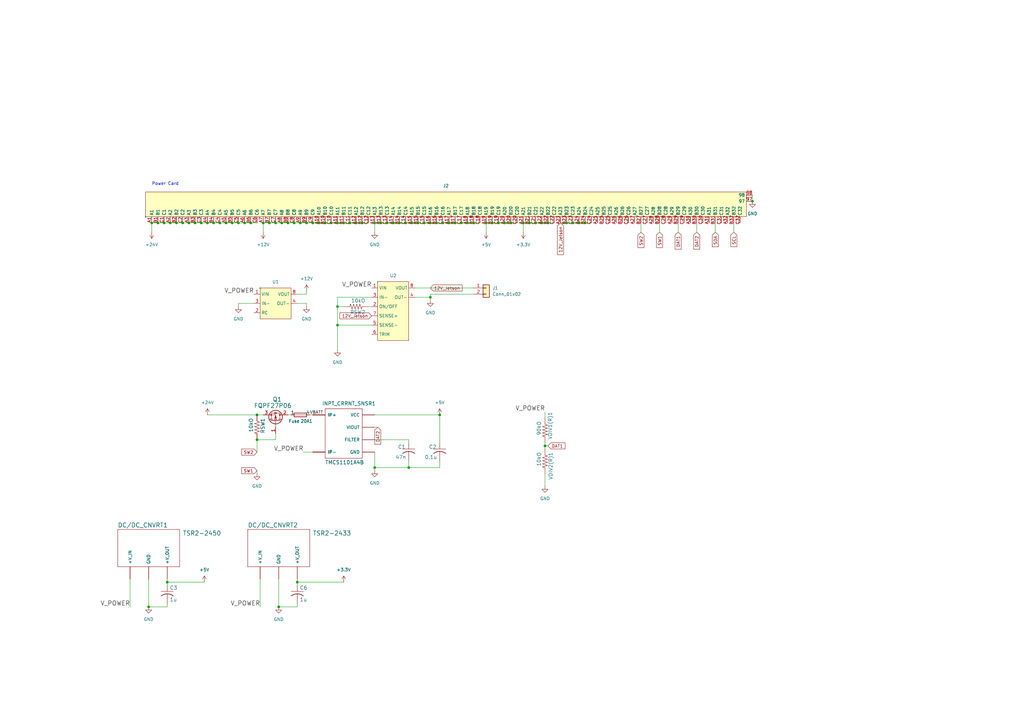
<source format=kicad_sch>
(kicad_sch (version 20231120) (generator "eeschema") (generator_version "8.0")
  (paper "A3")
  (title_block (title "Thruster Control Card") (company "Robatics @ Maryland") (comment 1 "Andrew Schaefer"))
  (lib_symbols
    (symbol "650470_1"
      (property "Reference" "J1" (at 12.7 -123.19 90))
      (property "Value" "~" (at 0 0 0))
      (symbol "650470_1_1_1"
        (rectangle (start 0 0) (end 10.16 -246.38) (fill (type background)))
        (pin passive line (at 6.35 -248.92 90) (length 2.54) (name "97") (number "97"))
        (pin passive line (at 8.89 -248.92 90) (length 2.54) (name "98") (number "98"))
        (pin passive line (at -2.54 -2.54 0) (length 2.54) (name "A1") (number "A1"))
        (pin passive line (at -2.54 -71.12 0) (length 2.54) (name "A10") (number "A10"))
        (pin passive line (at -2.54 -78.74 0) (length 2.54) (name "A11") (number "A11"))
        (pin passive line (at -2.54 -86.36 0) (length 2.54) (name "A12") (number "A12"))
        (pin passive line (at -2.54 -93.98 0) (length 2.54) (name "A13") (number "A13"))
        (pin passive line (at -2.54 -101.6 0) (length 2.54) (name "A14") (number "A14"))
        (pin passive line (at -2.54 -109.22 0) (length 2.54) (name "A15") (number "A15"))
        (pin passive line (at -2.54 -116.84 0) (length 2.54) (name "A16") (number "A16"))
        (pin passive line (at -2.54 -124.46 0) (length 2.54) (name "A17") (number "A17"))
        (pin passive line (at -2.54 -132.08 0) (length 2.54) (name "A18") (number "A18"))
        (pin passive line (at -2.54 -139.7 0) (length 2.54) (name "A19") (number "A19"))
        (pin passive line (at -2.54 -10.16 0) (length 2.54) (name "A2") (number "A2"))
        (pin passive line (at -2.54 -147.32 0) (length 2.54) (name "A20") (number "A20"))
        (pin passive line (at -2.54 -154.94 0) (length 2.54) (name "A21") (number "A21"))
        (pin passive line (at -2.54 -162.56 0) (length 2.54) (name "A22") (number "A22"))
        (pin passive line (at -2.54 -170.18 0) (length 2.54) (name "A23") (number "A23"))
        (pin passive line (at -2.54 -177.8 0) (length 2.54) (name "A24") (number "A24"))
        (pin passive line (at -2.54 -185.42 0) (length 2.54) (name "A25") (number "A25"))
        (pin passive line (at -2.54 -193.04 0) (length 2.54) (name "A26") (number "A26"))
        (pin passive line (at -2.54 -200.66 0) (length 2.54) (name "A27") (number "A27"))
        (pin passive line (at -2.54 -208.28 0) (length 2.54) (name "A28") (number "A28"))
        (pin passive line (at -2.54 -215.9 0) (length 2.54) (name "A29") (number "A29"))
        (pin passive line (at -2.54 -17.78 0) (length 2.54) (name "A3") (number "A3"))
        (pin passive line (at -2.54 -223.52 0) (length 2.54) (name "A30") (number "A30"))
        (pin passive line (at -2.54 -231.14 0) (length 2.54) (name "A31") (number "A31"))
        (pin passive line (at -2.54 -238.76 0) (length 2.54) (name "A32") (number "A32"))
        (pin passive line (at -2.54 -25.4 0) (length 2.54) (name "A4") (number "A4"))
        (pin passive line (at -2.54 -33.02 0) (length 2.54) (name "A5") (number "A5"))
        (pin passive line (at -2.54 -40.64 0) (length 2.54) (name "A6") (number "A6"))
        (pin passive line (at -2.54 -48.26 0) (length 2.54) (name "A7") (number "A7"))
        (pin passive line (at -2.54 -55.88 0) (length 2.54) (name "A8") (number "A8"))
        (pin passive line (at -2.54 -63.5 0) (length 2.54) (name "A9") (number "A9"))
        (pin passive line (at -2.54 -5.08 0) (length 2.54) (name "B1") (number "B1"))
        (pin passive line (at -2.54 -73.66 0) (length 2.54) (name "B10") (number "B10"))
        (pin passive line (at -2.54 -81.28 0) (length 2.54) (name "B11") (number "B11"))
        (pin passive line (at -2.54 -88.9 0) (length 2.54) (name "B12") (number "B12"))
        (pin passive line (at -2.54 -96.52 0) (length 2.54) (name "B13") (number "B13"))
        (pin passive line (at -2.54 -104.14 0) (length 2.54) (name "B14") (number "B14"))
        (pin passive line (at -2.54 -111.76 0) (length 2.54) (name "B15") (number "B15"))
        (pin passive line (at -2.54 -119.38 0) (length 2.54) (name "B16") (number "B16"))
        (pin passive line (at -2.54 -127 0) (length 2.54) (name "B17") (number "B17"))
        (pin passive line (at -2.54 -134.62 0) (length 2.54) (name "B18") (number "B18"))
        (pin passive line (at -2.54 -142.24 0) (length 2.54) (name "B19") (number "B19"))
        (pin passive line (at -2.54 -12.7 0) (length 2.54) (name "B2") (number "B2"))
        (pin passive line (at -2.54 -149.86 0) (length 2.54) (name "B20") (number "B20"))
        (pin passive line (at -2.54 -157.48 0) (length 2.54) (name "B21") (number "B21"))
        (pin passive line (at -2.54 -165.1 0) (length 2.54) (name "B22") (number "B22"))
        (pin passive line (at -2.54 -172.72 0) (length 2.54) (name "B23") (number "B23"))
        (pin passive line (at -2.54 -180.34 0) (length 2.54) (name "B24") (number "B24"))
        (pin passive line (at -2.54 -187.96 0) (length 2.54) (name "B25") (number "B25"))
        (pin passive line (at -2.54 -195.58 0) (length 2.54) (name "B26") (number "B26"))
        (pin passive line (at -2.54 -203.2 0) (length 2.54) (name "B27") (number "B27"))
        (pin passive line (at -2.54 -210.82 0) (length 2.54) (name "B28") (number "B28"))
        (pin passive line (at -2.54 -218.44 0) (length 2.54) (name "B29") (number "B29"))
        (pin passive line (at -2.54 -20.32 0) (length 2.54) (name "B3") (number "B3"))
        (pin passive line (at -2.54 -226.06 0) (length 2.54) (name "B30") (number "B30"))
        (pin passive line (at -2.54 -233.68 0) (length 2.54) (name "B31") (number "B31"))
        (pin passive line (at -2.54 -241.3 0) (length 2.54) (name "B32") (number "B32"))
        (pin passive line (at -2.54 -27.94 0) (length 2.54) (name "B4") (number "B4"))
        (pin passive line (at -2.54 -35.56 0) (length 2.54) (name "B5") (number "B5"))
        (pin passive line (at -2.54 -43.18 0) (length 2.54) (name "B6") (number "B6"))
        (pin passive line (at -2.54 -50.8 0) (length 2.54) (name "B7") (number "B7"))
        (pin passive line (at -2.54 -58.42 0) (length 2.54) (name "B8") (number "B8"))
        (pin passive line (at -2.54 -66.04 0) (length 2.54) (name "B9") (number "B9"))
        (pin passive line (at -2.54 -7.62 0) (length 2.54) (name "C1") (number "C1"))
        (pin passive line (at -2.54 -76.2 0) (length 2.54) (name "C10") (number "C10"))
        (pin passive line (at -2.54 -83.82 0) (length 2.54) (name "C11") (number "C11"))
        (pin passive line (at -2.54 -91.44 0) (length 2.54) (name "C12") (number "C12"))
        (pin passive line (at -2.54 -99.06 0) (length 2.54) (name "C13") (number "C13"))
        (pin passive line (at -2.54 -106.68 0) (length 2.54) (name "C14") (number "C14"))
        (pin passive line (at -2.54 -114.3 0) (length 2.54) (name "C15") (number "C15"))
        (pin passive line (at -2.54 -121.92 0) (length 2.54) (name "C16") (number "C16"))
        (pin passive line (at -2.54 -129.54 0) (length 2.54) (name "C17") (number "C17"))
        (pin passive line (at -2.54 -137.16 0) (length 2.54) (name "C18") (number "C18"))
        (pin passive line (at -2.54 -144.78 0) (length 2.54) (name "C19") (number "C19"))
        (pin passive line (at -2.54 -15.24 0) (length 2.54) (name "C2") (number "C2"))
        (pin passive line (at -2.54 -152.4 0) (length 2.54) (name "C20") (number "C20"))
        (pin passive line (at -2.54 -160.02 0) (length 2.54) (name "C21") (number "C21"))
        (pin passive line (at -2.54 -167.64 0) (length 2.54) (name "C22") (number "C22"))
        (pin passive line (at -2.54 -175.26 0) (length 2.54) (name "C23") (number "C23"))
        (pin passive line (at -2.54 -182.88 0) (length 2.54) (name "C24") (number "C24"))
        (pin passive line (at -2.54 -190.5 0) (length 2.54) (name "C25") (number "C25"))
        (pin passive line (at -2.54 -198.12 0) (length 2.54) (name "C26") (number "C26"))
        (pin passive line (at -2.54 -205.74 0) (length 2.54) (name "C27") (number "C27"))
        (pin passive line (at -2.54 -213.36 0) (length 2.54) (name "C28") (number "C28"))
        (pin passive line (at -2.54 -220.98 0) (length 2.54) (name "C29") (number "C29"))
        (pin passive line (at -2.54 -22.86 0) (length 2.54) (name "C3") (number "C3"))
        (pin passive line (at -2.54 -228.6 0) (length 2.54) (name "C30") (number "C30"))
        (pin passive line (at -2.54 -236.22 0) (length 2.54) (name "C31") (number "C31"))
        (pin passive line (at -2.54 -243.84 0) (length 2.54) (name "C32") (number "C32"))
        (pin passive line (at -2.54 -30.48 0) (length 2.54) (name "C4") (number "C4"))
        (pin passive line (at -2.54 -38.1 0) (length 2.54) (name "C5") (number "C5"))
        (pin passive line (at -2.54 -45.72 0) (length 2.54) (name "C6") (number "C6"))
        (pin passive line (at -2.54 -53.34 0) (length 2.54) (name "C7") (number "C7"))
        (pin passive line (at -2.54 -60.96 0) (length 2.54) (name "C8") (number "C8"))
        (pin passive line (at -2.54 -68.58 0) (length 2.54) (name "C9") (number "C9"))
      )
    )
    (symbol "Connector_Generic:Conn_01x02" (pin_names (offset 1.016) hide)
      (property "Reference" "J" (at 0 2.54 0))
      (property "Value" "Conn_01x02" (at 0 -5.08 0))
      (symbol "Conn_01x02_1_1"
        (rectangle (start -1.27 -2.413) (end 0 -2.667) (stroke (width 0.1524)))
        (rectangle (start -1.27 0.127) (end 0 -0.127) (stroke (width 0.1524)))
        (rectangle (start -1.27 1.27) (end 1.27 -3.81) (stroke (width 0.254)) (fill (type background)))
        (pin passive line (at -5.08 0 0) (length 3.81) (name "Pin_1") (number "1"))
        (pin passive line (at -5.08 -2.54 0) (length 3.81) (name "Pin_2") (number "2"))
      )
    )
    (symbol "Custom:EHHD006A0B"
      (property "Reference" "U2" (at 6.35 2.54 0))
      (property "Value" "~" (at 0 0 0))
      (symbol "EHHD006A0B_1_1"
        (rectangle (start 0 0) (end 12.7 -24.13) (fill (type background)))
        (pin power_in line (at -2.54 -2.54 0) (length 2.54) (name "VIN") (number "1"))
        (pin input line (at -2.54 -10.16 0) (length 2.54) (name "ON/OFF") (number "2"))
        (pin power_in line (at -2.54 -6.35 0) (length 2.54) (name "IN-") (number "3"))
        (pin power_out line (at 15.24 -6.35 180) (length 2.54) (name "OUT-") (number "4"))
        (pin input line (at -2.54 -17.78 0) (length 2.54) (name "SENSE-") (number "5"))
        (pin input line (at -2.54 -21.59 0) (length 2.54) (name "TRIM") (number "6"))
        (pin input line (at -2.54 -13.97 0) (length 2.54) (name "SENSE+") (number "7"))
        (pin power_out line (at 15.24 -2.54 180) (length 2.54) (name "VOUT") (number "8"))
      )
    )
    (symbol "Custom:PKB2213D"
      (property "Reference" "U1" (at 6.35 2.54 0))
      (property "Value" "~" (at 0 0 0))
      (symbol "PKB2213D_1_1"
        (rectangle (start 0 0) (end 12.7 -12.7) (fill (type background)))
        (pin power_in line (at -2.54 -2.54 0) (length 2.54) (name "VIN") (number "1"))
        (pin input line (at -2.54 -10.16 0) (length 2.54) (name "RC") (number "2"))
        (pin power_in line (at -2.54 -6.35 0) (length 2.54) (name "IN-") (number "3"))
        (pin power_out line (at 15.24 -6.35 180) (length 2.54) (name "OUT-") (number "4"))
        (pin power_out line (at 15.24 -2.54 180) (length 2.54) (name "VOUT") (number "8"))
      )
    )
    (symbol "Device:Fuse" (pin_numbers hide) (pin_names (offset 0))
      (property "Reference" "20A1" (at 2.54 2.54 90))
      (property "Value" "Fuse" (at 2.54 -2.54 90))
      (symbol "Fuse_0_1"
        (rectangle (start -0.762 -2.54) (end 0.762 2.54) (stroke (width 0.254)))
        (polyline (pts (xy 0 2.54) (xy 0 -2.54)))
      )
      (symbol "Fuse_1_1"
        (pin input line (at 0 -3.81 90) (length 1.27) (name "1") (number "P$1"))
        (pin output line (at 0 3.81 270) (length 1.27) (name "4") (number "P$2"))
      )
    )
    (symbol "PowerboardRev5-eagle-import:ACS713SOIC" (pin_names (offset 1.016))
      (property "Reference" "INPT_CRRNT_SNSR1" (at -8.89 11.43 0))
      (property "Value" "TMCS1101A4B" (at -7.62 -12.7 0))
      (symbol "ACS713SOIC_1_0"
        (polyline (pts (xy -7.62 -10.16) (xy -7.62 10.16)))
        (polyline (pts (xy -7.62 10.16) (xy 7.62 10.16)))
        (polyline (pts (xy 7.62 -10.16) (xy -7.62 -10.16)))
        (polyline (pts (xy 7.62 10.16) (xy 7.62 -10.16)))
        (pin bidirectional line (at -12.7 7.62 0) (length 5.08) (name "IP+") (number "1"))
        (pin bidirectional line (at -12.7 -7.62 0) (length 5.08) (name "IP-") (number "3"))
        (pin bidirectional line (at 12.7 -7.62 180) (length 5.08) (name "GND") (number "5"))
        (pin bidirectional line (at 12.7 -2.54 180) (length 5.08) (name "FILTER") (number "6"))
        (pin bidirectional line (at 12.7 2.54 180) (length 5.08) (name "VIOUT") (number "7"))
        (pin bidirectional line (at 12.7 7.62 180) (length 5.08) (name "VCC") (number "8"))
        (pin bidirectional line (at -12.7 7.62 0) (length 5.08) (name "IP+") (number "P$2"))
        (pin bidirectional line (at -12.7 -7.62 0) (length 5.08) (name "IP-") (number "P$4"))
      )
    )
    (symbol "PowerboardRev5-eagle-import:C-USC0805" (pin_names (offset 1.016))
      (property "Reference" "C" (at 1.016 0.635 0))
      (property "Value" "C-USC0805" (at 1.016 -4.191 0))
      (symbol "C-USC0805_1_0"
        (arc (start 0 -1.016) (mid -1.2939 -1.2289) (end -2.4638 -1.8288) (stroke (width 0.254)))
        (polyline (pts (xy -2.54 0) (xy 2.54 0)))
        (polyline (pts (xy 0 -1.016) (xy 0 -2.54)))
        (arc (start 2.4892 -1.8542) (mid 1.3167 -1.2157) (end 0 -0.9906) (stroke (width 0.254)))
        (pin passive line (at 0 2.54 270) (length 2.54) (name "1") (number "1"))
        (pin passive line (at 0 -5.08 90) (length 2.54) (name "2") (number "2"))
      )
    )
    (symbol "PowerboardRev5-eagle-import:R-US_R0805" (pin_names (offset 1.016))
      (property "Reference" "R" (at -3.81 1.4986 0))
      (property "Value" "R-US_R0805" (at -3.81 -3.302 0))
      (symbol "R-US_R0805_1_0"
        (polyline (pts (xy -2.54 0) (xy -2.159 1.016)))
        (polyline (pts (xy -2.159 1.016) (xy -1.524 -1.016)))
        (polyline (pts (xy -1.524 -1.016) (xy -0.889 1.016)))
        (polyline (pts (xy -0.889 1.016) (xy -0.254 -1.016)))
        (polyline (pts (xy -0.254 -1.016) (xy 0.381 1.016)))
        (polyline (pts (xy 0.381 1.016) (xy 1.016 -1.016)))
        (polyline (pts (xy 1.016 -1.016) (xy 1.651 1.016)))
        (polyline (pts (xy 1.651 1.016) (xy 2.286 -1.016)))
        (polyline (pts (xy 2.286 -1.016) (xy 2.54 0)))
        (pin passive line (at -5.08 0 0) (length 2.54) (name "1") (number "1"))
        (pin passive line (at 5.08 0 180) (length 2.54) (name "2") (number "2"))
      )
    )
    (symbol "PowerboardRev5-eagle-import:TSR2-2450" (pin_names (offset 1.016))
      (property "Reference" "U" (at -12.7 8.382 0))
      (property "Value" "TSR2-2450" (at 5.08 8.382 0))
      (symbol "TSR2-2450_1_0"
        (polyline (pts (xy -12.7 -7.62) (xy -12.7 7.62)))
        (polyline (pts (xy -12.7 7.62) (xy 12.7 7.62)))
        (polyline (pts (xy 12.7 -7.62) (xy -12.7 -7.62)))
        (polyline (pts (xy 12.7 7.62) (xy 12.7 -7.62)))
        (pin power_in line (at -7.62 -12.7 90) (length 5.08) (name "+V_IN") (number "1"))
        (pin power_in line (at 0 -12.7 90) (length 5.08) (name "GND") (number "2"))
        (pin power_in line (at 7.62 -12.7 90) (length 5.08) (name "+V_OUT") (number "3"))
      )
    )
    (symbol "Transistor_FET:FQP27P06" (pin_names hide)
      (property "Reference" "Q" (at 5.08 1.905 0))
      (property "Value" "FQP27P06" (at 5.08 0 0))
      (symbol "FQP27P06_0_1"
        (polyline (pts (xy 0.254 0) (xy -2.54 0)))
        (polyline (pts (xy 0.254 1.905) (xy 0.254 -1.905)) (stroke (width 0.254)))
        (polyline (pts (xy 0.762 -1.27) (xy 0.762 -2.286)) (stroke (width 0.254)))
        (polyline (pts (xy 0.762 0.508) (xy 0.762 -0.508)) (stroke (width 0.254)))
        (polyline (pts (xy 0.762 2.286) (xy 0.762 1.27)) (stroke (width 0.254)))
        (polyline (pts (xy 2.54 2.54) (xy 2.54 1.778)))
        (polyline (pts (xy 2.54 -2.54) (xy 2.54 0) (xy 0.762 0)))
        (polyline (pts (xy 0.762 1.778) (xy 3.302 1.778) (xy 3.302 -1.778) (xy 0.762 -1.778)))
        (polyline (pts (xy 2.286 0) (xy 1.27 0.381) (xy 1.27 -0.381) (xy 2.286 0)) (fill (type outline)))
        (polyline (pts (xy 2.794 -0.508) (xy 2.921 -0.381) (xy 3.683 -0.381) (xy 3.81 -0.254)))
        (polyline (pts (xy 3.302 -0.381) (xy 2.921 0.254) (xy 3.683 0.254) (xy 3.302 -0.381)))
        (circle (center 1.651 0) (radius 2.794) (stroke (width 0.254)))
        (circle (center 2.54 -1.778) (radius 0.254) (fill (type outline)))
        (circle (center 2.54 1.778) (radius 0.254) (fill (type outline)))
      )
      (symbol "FQP27P06_1_1"
        (pin input line (at -5.08 0 0) (length 2.54) (name "G") (number "1"))
        (pin passive line (at 2.54 5.08 270) (length 2.54) (name "D") (number "2"))
        (pin passive line (at 2.54 -5.08 90) (length 2.54) (name "S") (number "3"))
      )
    )
    (symbol "power:+12V" (power) (pin_names (offset 0))
      (property "Value" "+12V" (at 0 3.556 0))
      (symbol "+12V_0_1"
        (polyline (pts (xy -0.762 1.27) (xy 0 2.54)))
        (polyline (pts (xy 0 0) (xy 0 2.54)))
        (polyline (pts (xy 0 2.54) (xy 0.762 1.27)))
      )
      (symbol "+12V_1_1"
        (pin power_in line (at 0 0 90) (length 0) hide (name "+12V") (number "1"))
      )
    )
    (symbol "power:+24V" (power) (pin_names (offset 0))
      (property "Value" "+24V" (at 0 3.556 0))
      (symbol "+24V_0_1"
        (polyline (pts (xy -0.762 1.27) (xy 0 2.54)))
        (polyline (pts (xy 0 0) (xy 0 2.54)))
        (polyline (pts (xy 0 2.54) (xy 0.762 1.27)))
      )
      (symbol "+24V_1_1"
        (pin power_in line (at 0 0 90) (length 0) hide (name "+24V") (number "1"))
      )
    )
    (symbol "power:+3.3V" (power) (pin_names (offset 0))
      (property "Value" "+3.3V" (at 0 3.556 0))
      (symbol "+3.3V_0_1"
        (polyline (pts (xy -0.762 1.27) (xy 0 2.54)))
        (polyline (pts (xy 0 0) (xy 0 2.54)))
        (polyline (pts (xy 0 2.54) (xy 0.762 1.27)))
      )
      (symbol "+3.3V_1_1"
        (pin power_in line (at 0 0 90) (length 0) hide (name "+3.3V") (number "1"))
      )
    )
    (symbol "power:+5V" (power) (pin_names (offset 0))
      (property "Value" "+5V" (at 0 3.556 0))
      (symbol "+5V_0_1"
        (polyline (pts (xy -0.762 1.27) (xy 0 2.54)))
        (polyline (pts (xy 0 0) (xy 0 2.54)))
        (polyline (pts (xy 0 2.54) (xy 0.762 1.27)))
      )
      (symbol "+5V_1_1"
        (pin power_in line (at 0 0 90) (length 0) hide (name "+5V") (number "1"))
      )
    )
    (symbol "power:GND" (power) (pin_names (offset 0))
      (property "Value" "GND" (at 0 -3.81 0))
      (symbol "GND_0_1"
        (polyline (pts (xy 0 0) (xy 0 -1.27) (xy 1.27 -1.27) (xy 0 -2.54) (xy -1.27 -1.27) (xy 0 -1.27)))
      )
      (symbol "GND_1_1"
        (pin power_in line (at 0 0 270) (length 0) hide (name "GND") (number "1"))
      )
    )
  )
  (junction (at 69.85 91.44))
  (junction (at 173.99 91.44))
  (junction (at 199.39 91.44))
  (junction (at 240.03 91.44))
  (junction (at 62.23 91.44))
  (junction (at 115.57 91.44))
  (junction (at 194.31 91.44))
  (junction (at 95.25 91.44))
  (junction (at 161.29 91.44))
  (junction (at 143.51 91.44))
  (junction (at 121.92 238.76))
  (junction (at 80.01 91.44))
  (junction (at 223.52 182.88))
  (junction (at 128.27 91.44))
  (junction (at 224.79 91.44))
  (junction (at 77.47 91.44))
  (junction (at 153.67 191.77))
  (junction (at 219.71 91.44))
  (junction (at 217.17 91.44))
  (junction (at 105.41 170.18))
  (junction (at 90.17 91.44))
  (junction (at 120.65 91.44))
  (junction (at 68.58 238.76))
  (junction (at 179.07 91.44))
  (junction (at 201.93 91.44))
  (junction (at 166.37 91.44))
  (junction (at 138.43 133.35))
  (junction (at 191.77 91.44))
  (junction (at 168.91 91.44))
  (junction (at 204.47 91.44))
  (junction (at 102.87 91.44))
  (junction (at 123.19 91.44))
  (junction (at 67.31 91.44))
  (junction (at 176.53 121.92))
  (junction (at 158.75 91.44))
  (junction (at 146.05 91.44))
  (junction (at 234.95 91.44))
  (junction (at 64.77 91.44))
  (junction (at 156.21 91.44))
  (junction (at 118.11 91.44))
  (junction (at 186.69 91.44))
  (junction (at 87.63 91.44))
  (junction (at 114.3 248.92))
  (junction (at 153.67 91.44))
  (junction (at 125.73 91.44))
  (junction (at 209.55 91.44))
  (junction (at 167.64 191.77))
  (junction (at 176.53 91.44))
  (junction (at 140.97 91.44))
  (junction (at 105.41 180.34))
  (junction (at 135.89 91.44))
  (junction (at 184.15 91.44))
  (junction (at 222.25 91.44))
  (junction (at 148.59 91.44))
  (junction (at 82.55 91.44))
  (junction (at 130.81 91.44))
  (junction (at 232.41 91.44))
  (junction (at 138.43 125.73))
  (junction (at 133.35 91.44))
  (junction (at 97.79 91.44))
  (junction (at 85.09 91.44))
  (junction (at 180.34 170.18))
  (junction (at 214.63 91.44))
  (junction (at 138.43 91.44))
  (junction (at 171.45 91.44))
  (junction (at 74.93 91.44))
  (junction (at 181.61 91.44))
  (junction (at 110.49 91.44))
  (junction (at 92.71 91.44))
  (junction (at 207.01 91.44))
  (junction (at 308.61 82.55))
  (junction (at 100.33 91.44))
  (junction (at 237.49 91.44))
  (junction (at 107.95 91.44))
  (junction (at 60.96 248.92))
  (junction (at 113.03 91.44))
  (junction (at 72.39 91.44))
  (junction (at 163.83 91.44))
  (junction (at 189.23 91.44))
  (wire (pts (xy 143.51 91.44) (xy 146.05 91.44)))
  (wire (pts (xy 153.67 185.42) (xy 153.67 191.77)))
  (wire (pts (xy 121.92 238.76) (xy 121.92 240.03)))
  (wire (pts (xy 97.79 124.46) (xy 104.14 124.46)))
  (wire (pts (xy 180.34 170.18) (xy 180.34 181.61)))
  (wire (pts (xy 163.83 91.44) (xy 166.37 91.44)))
  (wire (pts (xy 214.63 91.44) (xy 217.17 91.44)))
  (wire (pts (xy 64.77 91.44) (xy 67.31 91.44)))
  (wire (pts (xy 219.71 91.44) (xy 222.25 91.44)))
  (wire (pts (xy 67.31 91.44) (xy 69.85 91.44)))
  (wire (pts (xy 138.43 133.35) (xy 138.43 125.73)))
  (wire (pts (xy 293.37 91.44) (xy 293.37 95.25)))
  (wire (pts (xy 171.45 91.44) (xy 173.99 91.44)))
  (wire (pts (xy 90.17 91.44) (xy 92.71 91.44)))
  (wire (pts (xy 201.93 91.44) (xy 204.47 91.44)))
  (wire (pts (xy 113.03 91.44) (xy 115.57 91.44)))
  (wire (pts (xy 173.99 91.44) (xy 176.53 91.44)))
  (wire (pts (xy 118.11 170.18) (xy 119.38 170.18)))
  (wire (pts (xy 153.67 91.44) (xy 153.67 95.25)))
  (wire (pts (xy 285.75 91.44) (xy 285.75 95.25)))
  (wire (pts (xy 113.03 177.8) (xy 113.03 180.34)))
  (wire (pts (xy 114.3 248.92) (xy 114.3 237.49)))
  (wire (pts (xy 167.64 189.23) (xy 167.64 191.77)))
  (wire (pts (xy 224.79 91.44) (xy 227.33 91.44)))
  (wire (pts (xy 204.47 91.44) (xy 207.01 91.44)))
  (wire (pts (xy 161.29 91.44) (xy 163.83 91.44)))
  (wire (pts (xy 270.51 91.44) (xy 270.51 95.25)))
  (wire (pts (xy 85.09 91.44) (xy 87.63 91.44)))
  (wire (pts (xy 121.92 237.49) (xy 121.92 238.76)))
  (wire (pts (xy 133.35 91.44) (xy 135.89 91.44)))
  (wire (pts (xy 153.67 91.44) (xy 156.21 91.44)))
  (wire (pts (xy 232.41 91.44) (xy 234.95 91.44)))
  (wire (pts (xy 167.64 180.34) (xy 167.64 181.61)))
  (wire (pts (xy 166.37 91.44) (xy 168.91 91.44)))
  (wire (pts (xy 110.49 91.44) (xy 113.03 91.44)))
  (wire (pts (xy 74.93 91.44) (xy 77.47 91.44)))
  (wire (pts (xy 167.64 191.77) (xy 180.34 191.77)))
  (wire (pts (xy 92.71 91.44) (xy 95.25 91.44)))
  (wire (pts (xy 127 170.18) (xy 128.27 170.18)))
  (wire (pts (xy 153.67 191.77) (xy 153.67 193.04)))
  (wire (pts (xy 68.58 247.65) (xy 68.58 248.92)))
  (wire (pts (xy 146.05 91.44) (xy 148.59 91.44)))
  (wire (pts (xy 100.33 91.44) (xy 102.87 91.44)))
  (wire (pts (xy 194.31 120.65) (xy 176.53 120.65)))
  (wire (pts (xy 121.92 248.92) (xy 114.3 248.92)))
  (wire (pts (xy 209.55 91.44) (xy 212.09 91.44)))
  (wire (pts (xy 138.43 121.92) (xy 152.4 121.92)))
  (wire (pts (xy 123.19 91.44) (xy 125.73 91.44)))
  (wire (pts (xy 121.92 120.65) (xy 125.73 120.65)))
  (wire (pts (xy 95.25 91.44) (xy 97.79 91.44)))
  (wire (pts (xy 62.23 91.44) (xy 64.77 91.44)))
  (wire (pts (xy 214.63 91.44) (xy 214.63 95.25)))
  (wire (pts (xy 68.58 237.49) (xy 68.58 238.76)))
  (wire (pts (xy 128.27 91.44) (xy 130.81 91.44)))
  (wire (pts (xy 69.85 91.44) (xy 72.39 91.44)))
  (wire (pts (xy 308.61 80.01) (xy 308.61 82.55)))
  (wire (pts (xy 125.73 120.65) (xy 125.73 119.38)))
  (wire (pts (xy 62.23 91.44) (xy 62.23 95.25)))
  (wire (pts (xy 125.73 124.46) (xy 125.73 125.73)))
  (wire (pts (xy 180.34 189.23) (xy 180.34 191.77)))
  (wire (pts (xy 118.11 91.44) (xy 120.65 91.44)))
  (wire (pts (xy 85.09 170.18) (xy 105.41 170.18)))
  (wire (pts (xy 223.52 181.61) (xy 223.52 182.88)))
  (wire (pts (xy 125.73 91.44) (xy 128.27 91.44)))
  (wire (pts (xy 105.41 193.04) (xy 105.41 194.31)))
  (wire (pts (xy 77.47 91.44) (xy 80.01 91.44)))
  (wire (pts (xy 181.61 91.44) (xy 184.15 91.44)))
  (wire (pts (xy 68.58 238.76) (xy 68.58 240.03)))
  (wire (pts (xy 170.18 121.92) (xy 176.53 121.92)))
  (wire (pts (xy 105.41 180.34) (xy 113.03 180.34)))
  (wire (pts (xy 186.69 91.44) (xy 189.23 91.44)))
  (wire (pts (xy 121.92 247.65) (xy 121.92 248.92)))
  (wire (pts (xy 120.65 91.44) (xy 123.19 91.44)))
  (wire (pts (xy 262.89 91.44) (xy 262.89 95.25)))
  (wire (pts (xy 87.63 91.44) (xy 90.17 91.44)))
  (wire (pts (xy 106.68 248.92) (xy 106.68 237.49)))
  (wire (pts (xy 229.87 91.44) (xy 232.41 91.44)))
  (wire (pts (xy 199.39 91.44) (xy 199.39 95.25)))
  (wire (pts (xy 140.97 91.44) (xy 143.51 91.44)))
  (wire (pts (xy 237.49 91.44) (xy 240.03 91.44)))
  (wire (pts (xy 138.43 125.73) (xy 138.43 121.92)))
  (wire (pts (xy 82.55 91.44) (xy 85.09 91.44)))
  (wire (pts (xy 176.53 91.44) (xy 179.07 91.44)))
  (wire (pts (xy 107.95 91.44) (xy 110.49 91.44)))
  (wire (pts (xy 138.43 143.51) (xy 138.43 133.35)))
  (wire (pts (xy 170.18 118.11) (xy 194.31 118.11)))
  (wire (pts (xy 158.75 91.44) (xy 161.29 91.44)))
  (wire (pts (xy 115.57 91.44) (xy 118.11 91.44)))
  (wire (pts (xy 138.43 91.44) (xy 140.97 91.44)))
  (wire (pts (xy 107.95 91.44) (xy 107.95 95.25)))
  (wire (pts (xy 167.64 191.77) (xy 153.67 191.77)))
  (wire (pts (xy 217.17 91.44) (xy 219.71 91.44)))
  (wire (pts (xy 240.03 91.44) (xy 242.57 91.44)))
  (wire (pts (xy 68.58 238.76) (xy 83.82 238.76)))
  (wire (pts (xy 223.52 171.45) (xy 223.52 168.91)))
  (wire (pts (xy 53.34 248.92) (xy 53.34 237.49)))
  (wire (pts (xy 97.79 91.44) (xy 100.33 91.44)))
  (wire (pts (xy 135.89 91.44) (xy 138.43 91.44)))
  (wire (pts (xy 138.43 125.73) (xy 140.97 125.73)))
  (wire (pts (xy 130.81 91.44) (xy 133.35 91.44)))
  (wire (pts (xy 124.46 185.42) (xy 128.27 185.42)))
  (wire (pts (xy 97.79 125.73) (xy 97.79 124.46)))
  (wire (pts (xy 194.31 91.44) (xy 196.85 91.44)))
  (wire (pts (xy 154.94 175.26) (xy 153.67 175.26)))
  (wire (pts (xy 234.95 91.44) (xy 237.49 91.44)))
  (wire (pts (xy 300.99 91.44) (xy 300.99 95.25)))
  (wire (pts (xy 121.92 124.46) (xy 125.73 124.46)))
  (wire (pts (xy 153.67 180.34) (xy 167.64 180.34)))
  (wire (pts (xy 179.07 91.44) (xy 181.61 91.44)))
  (wire (pts (xy 102.87 91.44) (xy 105.41 91.44)))
  (wire (pts (xy 176.53 121.92) (xy 176.53 123.19)))
  (wire (pts (xy 105.41 180.34) (xy 105.41 185.42)))
  (wire (pts (xy 199.39 91.44) (xy 201.93 91.44)))
  (wire (pts (xy 189.23 91.44) (xy 191.77 91.44)))
  (wire (pts (xy 153.67 170.18) (xy 180.34 170.18)))
  (wire (pts (xy 80.01 91.44) (xy 82.55 91.44)))
  (wire (pts (xy 121.92 238.76) (xy 140.97 238.76)))
  (wire (pts (xy 207.01 91.44) (xy 209.55 91.44)))
  (wire (pts (xy 105.41 170.18) (xy 107.95 170.18)))
  (wire (pts (xy 191.77 91.44) (xy 194.31 91.44)))
  (wire (pts (xy 168.91 91.44) (xy 171.45 91.44)))
  (wire (pts (xy 68.58 248.92) (xy 60.96 248.92)))
  (wire (pts (xy 184.15 91.44) (xy 186.69 91.44)))
  (wire (pts (xy 138.43 133.35) (xy 152.4 133.35)))
  (wire (pts (xy 148.59 91.44) (xy 151.13 91.44)))
  (wire (pts (xy 72.39 91.44) (xy 74.93 91.44)))
  (wire (pts (xy 222.25 91.44) (xy 224.79 91.44)))
  (wire (pts (xy 278.13 91.44) (xy 278.13 95.25)))
  (wire (pts (xy 156.21 91.44) (xy 158.75 91.44)))
  (wire (pts (xy 176.53 120.65) (xy 176.53 121.92)))
  (wire (pts (xy 224.79 182.88) (xy 223.52 182.88)))
  (wire (pts (xy 60.96 248.92) (xy 60.96 237.49)))
  (wire (pts (xy 151.13 125.73) (xy 152.4 125.73)))
  (wire (pts (xy 223.52 182.88) (xy 223.52 184.15)))
  (wire (pts (xy 223.52 199.39) (xy 223.52 194.31)))
  (text "Power Card" (at 62.23 76.2 0) (effects (font (size 1.27 1.27)) (justify left bottom)))
  (label "V_POWER" (at 124.46 185.42 180) (effects (font (size 1.778 1.778))))
  (label "V_POWER" (at 104.14 120.65 180) (effects (font (size 1.778 1.778))))
  (label "VBATT" (at 127 170.18 0))
  (label "V_POWER" (at 223.52 168.91 180) (effects (font (size 1.778 1.778))))
  (label "V_POWER" (at 106.68 248.92 180) (effects (font (size 1.778 1.778))))
  (label "V_POWER" (at 53.34 248.92 180) (effects (font (size 1.778 1.778))))
  (label "V_POWER" (at 152.4 118.11 180) (effects (font (size 1.778 1.778))))
  (global_label "DAT1" (shape input) (at 224.79 182.88 0) (property "Intersheetrefs" "${INTERSHEET_REFS}" (effects (hide yes))))
  (global_label "SW2" (shape input) (at 105.41 185.42 180) (property "Intersheetrefs" "${INTERSHEET_REFS}" (effects (hide yes))))
  (global_label "SDA" (shape input) (at 293.37 95.25 270) (property "Intersheetrefs" "${INTERSHEET_REFS}" (effects (hide yes))))
  (global_label "12V_Jetson" (shape input) (at 152.4 129.54 180) (property "Intersheetrefs" "${INTERSHEET_REFS}" (effects (hide yes))))
  (global_label "12V_Jetson" (shape input) (at 176.53 118.11 0) (property "Intersheetrefs" "${INTERSHEET_REFS}" (effects (hide yes))))
  (global_label "SW1" (shape input) (at 105.41 193.04 180) (property "Intersheetrefs" "${INTERSHEET_REFS}" (effects (hide yes))))
  (global_label "DAT2" (shape input) (at 154.94 175.26 270) (property "Intersheetrefs" "${INTERSHEET_REFS}" (effects (hide yes))))
  (global_label "SW2" (shape input) (at 262.89 95.25 270) (property "Intersheetrefs" "${INTERSHEET_REFS}" (effects (hide yes))))
  (global_label "DAT1" (shape input) (at 278.13 95.25 270) (property "Intersheetrefs" "${INTERSHEET_REFS}" (effects (hide yes))))
  (global_label "DAT2" (shape input) (at 285.75 95.25 270) (property "Intersheetrefs" "${INTERSHEET_REFS}" (effects (hide yes))))
  (global_label "SCL" (shape input) (at 300.99 95.25 270) (property "Intersheetrefs" "${INTERSHEET_REFS}" (effects (hide yes))))
  (global_label "SW1" (shape input) (at 270.51 95.25 270) (property "Intersheetrefs" "${INTERSHEET_REFS}" (effects (hide yes))))
  (global_label "12V_Jetson" (shape input) (at 229.87 91.44 270) (property "Intersheetrefs" "${INTERSHEET_REFS}" (effects (hide yes))))
  (symbol (lib_id "power:+24V") (at 85.09 170.18 0) (unit 1)
    (property "Reference" "#PWR016" (effects (hide yes)))
    (property "Value" "+24V" (at 85.09 165.1 0))
  )
  (symbol (lib_id "power:+12V") (at 125.73 119.38 0) (unit 1)
    (property "Reference" "#PWR017" (effects (hide yes)))
    (property "Value" "+12V" (at 125.73 114.3 0))
  )
  (symbol (lib_id "PowerboardRev5-eagle-import:TSR2-2450") (at 114.3 224.79 0) (unit 1)
    (property "Reference" "DC/DC_CNVRT2" (at 101.6 216.408 0) (effects (font (size 1.778 1.778)) (justify left bottom)))
    (property "Value" "TSR2-2433" (at 128.27 219.71 0) (effects (font (size 1.778 1.778)) (justify left bottom)))
    (property "Footprint" "Custom:TSR2" (effects (hide yes)))
  )
  (symbol (lib_id "power:+24V") (at 62.23 95.25 180) (unit 1)
    (property "Reference" "#PWR01" (effects (hide yes)))
    (property "Value" "+24V" (at 62.23 100.33 0))
  )
  (symbol (lib_id "power:GND") (at 223.52 199.39 0) (unit 1)
    (property "Reference" "#PWR013" (effects (hide yes)))
    (property "Value" "GND" (at 223.52 204.47 0))
  )
  (symbol (lib_id "power:+5V") (at 83.82 238.76 0) (unit 1)
    (property "Reference" "#PWR019" (effects (hide yes)))
    (property "Value" "+5V" (at 83.82 233.68 0))
  )
  (symbol (lib_id "power:GND") (at 138.43 143.51 0) (unit 1)
    (property "Reference" "#PWR08" (effects (hide yes)))
    (property "Value" "GND" (at 138.43 148.59 0))
  )
  (symbol (lib_id "PowerboardRev5-eagle-import:C-USC0805") (at 68.58 242.57 0) (unit 1)
    (property "Reference" "C3" (at 69.596 241.935 0) (effects (font (size 1.4986 1.4986)) (justify left bottom)))
    (property "Value" "1u" (at 69.596 246.761 0) (effects (font (size 1.4986 1.4986)) (justify left bottom)))
    (property "Footprint" "Capacitor_SMD:C_0805_2012Metric_Pad1.18x1.45mm_HandSolder" (effects (hide yes)))
  )
  (symbol (lib_id "power:GND") (at 97.79 125.73 0) (unit 1)
    (property "Reference" "#PWR06" (effects (hide yes)))
    (property "Value" "GND" (at 97.79 130.81 0))
  )
  (symbol (lib_id "power:+3.3V") (at 214.63 95.25 180) (unit 1)
    (property "Reference" "#PWR05" (effects (hide yes)))
    (property "Value" "+3.3V" (at 214.63 100.33 0))
  )
  (symbol (lib_id "power:GND") (at 125.73 125.73 0) (unit 1)
    (property "Reference" "#PWR07" (effects (hide yes)))
    (property "Value" "GND" (at 125.73 130.81 0))
  )
  (symbol (lib_id "power:GND") (at 153.67 95.25 0) (unit 1)
    (property "Reference" "#PWR03" (effects (hide yes)))
    (property "Value" "GND" (at 153.67 100.33 0))
  )
  (symbol (lib_id "power:GND") (at 308.61 82.55 0) (unit 1)
    (property "Reference" "#PWR09" (effects (hide yes)))
    (property "Value" "GND" (at 308.61 87.63 0))
  )
  (symbol (lib_id "power:+12V") (at 107.95 95.25 180) (unit 1)
    (property "Reference" "#PWR02" (effects (hide yes)))
    (property "Value" "+12V" (at 107.95 100.33 0))
  )
  (symbol (lib_id "Custom:EHHD006A0B") (at 154.94 115.57 0) (unit 1)
    (property "Reference" "U2" (at 161.29 113.03 0))
    (property "Value" "~" (at 154.94 115.57 0))
    (property "Footprint" "Custom:72W_CONV" (effects (hide yes)))
  )
  (symbol (lib_id "PowerboardRev5-eagle-import:C-USC0805") (at 180.34 184.15 0) (mirror y) (unit 1)
    (property "Reference" "C2" (at 179.07 184.15 0) (effects (font (size 1.4986 1.4986)) (justify left bottom)))
    (property "Value" "0.1u" (at 179.324 188.341 0) (effects (font (size 1.4986 1.4986)) (justify left bottom)))
    (property "Footprint" "Capacitor_SMD:C_0805_2012Metric_Pad1.18x1.45mm_HandSolder" (effects (hide yes)))
  )
  (symbol (lib_name "650470_1") (lib_id "Custom:650470") (at 59.69 88.9 90) (unit 1)
    (property "Reference" "J2" (at 182.88 76.2 90))
    (property "Value" "~" (at 59.69 88.9 0))
    (property "Footprint" "Custom:6509475" (effects (hide yes)))
  )
  (symbol (lib_id "PowerboardRev5-eagle-import:R-US_R0805") (at 146.05 125.73 180) (unit 1)
    (property "Reference" "RSW2" (at 149.86 127.2286 0) (effects (font (size 1.4986 1.4986)) (justify left bottom)))
    (property "Value" "10kO" (at 149.86 122.428 0) (effects (font (size 1.4986 1.4986)) (justify left bottom)))
    (property "Footprint" "Resistor_SMD:R_0805_2012Metric_Pad1.20x1.40mm_HandSolder" (effects (hide yes)))
  )
  (symbol (lib_id "Connector_Generic:Conn_01x02") (at 199.39 118.11 0) (unit 1)
    (property "Reference" "J1" (at 201.93 118.11 0) (effects (justify left)))
    (property "Value" "Conn_01x02" (at 201.93 120.65 0) (effects (justify left)))
    (property "Footprint" "Connector_JST:JST_PH_B2B-PH-K_1x02_P2.00mm_Vertical" (effects (hide yes)))
  )
  (symbol (lib_id "power:+5V") (at 180.34 170.18 0) (unit 1)
    (property "Reference" "#PWR018" (effects (hide yes)))
    (property "Value" "+5V" (at 180.34 165.1 0))
  )
  (symbol (lib_id "PowerboardRev5-eagle-import:C-USC0805") (at 121.92 242.57 0) (unit 1)
    (property "Reference" "C6" (at 122.936 241.935 0) (effects (font (size 1.4986 1.4986)) (justify left bottom)))
    (property "Value" "1u" (at 122.936 246.761 0) (effects (font (size 1.4986 1.4986)) (justify left bottom)))
    (property "Footprint" "Capacitor_SMD:C_0805_2012Metric_Pad1.18x1.45mm_HandSolder" (effects (hide yes)))
  )
  (symbol (lib_id "Device:Fuse") (at 123.19 170.18 270) (unit 1)
    (property "Reference" "20A1" (at 125.73 172.72 90))
    (property "Value" "Fuse" (at 120.65 172.72 90))
    (property "Footprint" "Custom:1.25__FUSECLIPS" (effects (hide yes)))
  )
  (symbol (lib_id "power:GND") (at 114.3 248.92 0) (unit 1)
    (property "Reference" "#PWR014" (effects (hide yes)))
    (property "Value" "GND" (at 114.3 254 0))
  )
  (symbol (lib_id "power:+5V") (at 199.39 95.25 180) (unit 1)
    (property "Reference" "#PWR04" (effects (hide yes)))
    (property "Value" "+5V" (at 199.39 100.33 0))
  )
  (symbol (lib_id "power:GND") (at 176.53 123.19 0) (unit 1)
    (property "Reference" "#PWR010" (effects (hide yes)))
    (property "Value" "GND" (at 176.53 128.27 0))
  )
  (symbol (lib_id "power:GND") (at 60.96 248.92 0) (unit 1)
    (property "Reference" "#PWR015" (effects (hide yes)))
    (property "Value" "GND" (at 60.96 254 0))
  )
  (symbol (lib_id "power:GND") (at 105.41 194.31 0) (unit 1)
    (property "Reference" "#PWR011" (effects (hide yes)))
    (property "Value" "GND" (at 105.41 199.39 0))
  )
  (symbol (lib_id "PowerboardRev5-eagle-import:TSR2-2450") (at 60.96 224.79 0) (unit 1)
    (property "Reference" "DC/DC_CNVRT1" (at 48.26 216.408 0) (effects (font (size 1.778 1.778)) (justify left bottom)))
    (property "Value" "TSR2-2450" (at 74.93 219.71 0) (effects (font (size 1.778 1.778)) (justify left bottom)))
    (property "Footprint" "Custom:TSR2" (effects (hide yes)))
  )
  (symbol (lib_id "PowerboardRev5-eagle-import:R-US_R0805") (at 223.52 189.23 270) (unit 1)
    (property "Reference" "VDIV2(R)1" (at 225.0186 185.42 0) (effects (font (size 1.4986 1.4986)) (justify left bottom)))
    (property "Value" "10kO" (at 220.218 185.42 0) (effects (font (size 1.4986 1.4986)) (justify left bottom)))
    (property "Footprint" "Resistor_SMD:R_0805_2012Metric_Pad1.20x1.40mm_HandSolder" (effects (hide yes)))
  )
  (symbol (lib_id "Transistor_FET:FQP27P06") (at 113.03 172.72 270) (mirror x) (unit 1)
    (property "Reference" "Q1" (at 111.76 163.83 90) (effects (font (size 1.778 1.778)) (justify left)))
    (property "Value" "FQPF27P06" (at 104.14 166.37 90) (effects (font (size 1.778 1.778)) (justify left)))
    (property "Footprint" "Package_TO_SOT_THT:TO-220-3_Vertical" (effects (hide yes)))
    (property "Datasheet" "https://www.onsemi.com/pub/Collateral/FQP27P06-D.PDF" (effects (hide yes)))
  )
  (symbol (lib_id "PowerboardRev5-eagle-import:R-US_R0805") (at 105.41 175.26 270) (unit 1)
    (property "Reference" "RSW1" (at 106.9086 171.45 0) (effects (font (size 1.4986 1.4986)) (justify left bottom)))
    (property "Value" "10kO" (at 102.108 171.45 0) (effects (font (size 1.4986 1.4986)) (justify left bottom)))
    (property "Footprint" "Resistor_SMD:R_0805_2012Metric_Pad1.20x1.40mm_HandSolder" (effects (hide yes)))
  )
  (symbol (lib_id "Custom:PKB2213D") (at 106.68 118.11 0) (unit 1)
    (property "Reference" "U1" (at 113.03 115.57 0))
    (property "Value" "~" (at 106.68 118.11 0))
    (property "Footprint" "Custom:240W_CONV" (effects (hide yes)))
  )
  (symbol (lib_id "power:GND") (at 153.67 193.04 0) (unit 1)
    (property "Reference" "#PWR012" (effects (hide yes)))
    (property "Value" "GND" (at 153.67 198.12 0))
  )
  (symbol (lib_id "PowerboardRev5-eagle-import:R-US_R0805") (at 223.52 176.53 270) (unit 1)
    (property "Reference" "VDIV1(R)1" (at 224.79 168.91 0) (effects (font (size 1.4986 1.4986)) (justify left bottom)))
    (property "Value" "90kO" (at 220.218 172.72 0) (effects (font (size 1.4986 1.4986)) (justify left bottom)))
    (property "Footprint" "Resistor_SMD:R_0805_2012Metric_Pad1.20x1.40mm_HandSolder" (effects (hide yes)))
  )
  (symbol (lib_id "PowerboardRev5-eagle-import:ACS713SOIC") (at 140.97 177.8 0) (unit 1)
    (property "Reference" "INPT_CRRNT_SNSR1" (at 132.08 166.37 0) (effects (font (size 1.4986 1.4986)) (justify left bottom)))
    (property "Value" "TMCS1101A4B" (at 133.35 190.5 0) (effects (font (size 1.4986 1.4986)) (justify left bottom)))
    (property "Footprint" "Package_SO:SOIC-8_3.9x4.9mm_P1.27mm" (effects (hide yes)))
  )
  (symbol (lib_id "power:+3.3V") (at 140.97 238.76 0) (unit 1)
    (property "Reference" "#PWR020" (effects (hide yes)))
    (property "Value" "+3.3V" (at 140.97 233.68 0))
  )
  (symbol (lib_id "PowerboardRev5-eagle-import:C-USC0805") (at 167.64 184.15 0) (mirror y) (unit 1)
    (property "Reference" "C1" (at 166.37 184.15 0) (effects (font (size 1.4986 1.4986)) (justify left bottom)))
    (property "Value" "47n" (at 166.624 188.341 0) (effects (font (size 1.4986 1.4986)) (justify left bottom)))
    (property "Footprint" "Capacitor_SMD:C_0805_2012Metric_Pad1.18x1.45mm_HandSolder" (effects (hide yes)))
  )
)
</source>
